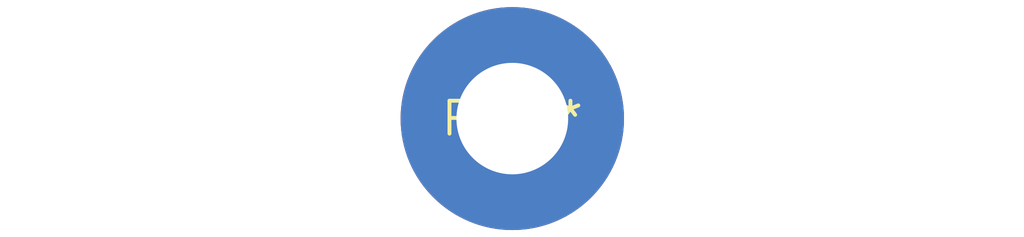
<source format=kicad_pcb>
(kicad_pcb (version 20240108) (generator pcbnew)
  (layers (0 "F.Cu" signal) (31 "B.Cu" signal) (34 "B.Paste" user) (35 "F.Paste" user) (36 "B.SilkS" user "B.Silkscreen") (37 "F.SilkS" user "F.Silkscreen") (38 "B.Mask" user) (39 "F.Mask" user) (44 "Edge.Cuts" user))
  (net 0 "")
  (footprint "MountingHole_4.3mm_M4_Pad_TopBottom" (layer "F.Cu") (at 0 0)
    (property "Reference" "REF**")
    (property "Value" "MountingHole_4.3mm_M4_Pad_TopBottom")
    (pad "1" thru_hole circle (at 0 0) (size 4.7 4.7) (drill 4.3) (layers *.Cu *.Mask) (remove_unused_layers))
    (pad "1" connect circle (at 0 0) (size 8.6 8.6) (layers "F.Cu" "F.Mask"))
    (pad "1" connect circle (at 0 0) (size 8.6 8.6) (layers "B.Cu" "B.Mask"))
  )
)
</source>
